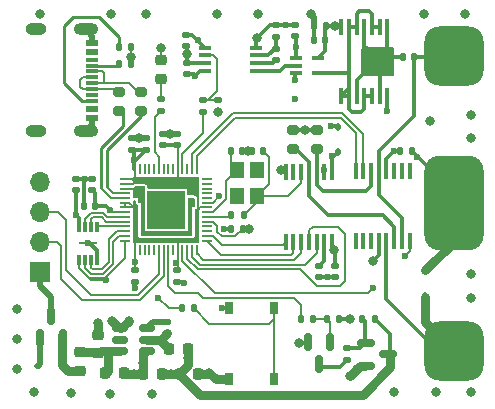
<source format=gbr>
%TF.GenerationSoftware,KiCad,Pcbnew,7.0.5*%
%TF.CreationDate,2024-02-18T20:54:14+09:00*%
%TF.ProjectId,tdc-tdt-kicad,7464632d-7464-4742-9d6b-696361642e6b,rev?*%
%TF.SameCoordinates,Original*%
%TF.FileFunction,Copper,L1,Top*%
%TF.FilePolarity,Positive*%
%FSLAX46Y46*%
G04 Gerber Fmt 4.6, Leading zero omitted, Abs format (unit mm)*
G04 Created by KiCad (PCBNEW 7.0.5) date 2024-02-18 20:54:14*
%MOMM*%
%LPD*%
G01*
G04 APERTURE LIST*
G04 Aperture macros list*
%AMRoundRect*
0 Rectangle with rounded corners*
0 $1 Rounding radius*
0 $2 $3 $4 $5 $6 $7 $8 $9 X,Y pos of 4 corners*
0 Add a 4 corners polygon primitive as box body*
4,1,4,$2,$3,$4,$5,$6,$7,$8,$9,$2,$3,0*
0 Add four circle primitives for the rounded corners*
1,1,$1+$1,$2,$3*
1,1,$1+$1,$4,$5*
1,1,$1+$1,$6,$7*
1,1,$1+$1,$8,$9*
0 Add four rect primitives between the rounded corners*
20,1,$1+$1,$2,$3,$4,$5,0*
20,1,$1+$1,$4,$5,$6,$7,0*
20,1,$1+$1,$6,$7,$8,$9,0*
20,1,$1+$1,$8,$9,$2,$3,0*%
G04 Aperture macros list end*
%TA.AperFunction,SMDPad,CuDef*%
%ADD10R,0.750000X1.000000*%
%TD*%
%TA.AperFunction,SMDPad,CuDef*%
%ADD11RoundRect,0.150000X-0.150000X0.587500X-0.150000X-0.587500X0.150000X-0.587500X0.150000X0.587500X0*%
%TD*%
%TA.AperFunction,SMDPad,CuDef*%
%ADD12RoundRect,0.150000X-0.587500X-0.150000X0.587500X-0.150000X0.587500X0.150000X-0.587500X0.150000X0*%
%TD*%
%TA.AperFunction,SMDPad,CuDef*%
%ADD13RoundRect,0.150000X0.150000X-0.587500X0.150000X0.587500X-0.150000X0.587500X-0.150000X-0.587500X0*%
%TD*%
%TA.AperFunction,SMDPad,CuDef*%
%ADD14RoundRect,0.112500X0.112500X-0.187500X0.112500X0.187500X-0.112500X0.187500X-0.112500X-0.187500X0*%
%TD*%
%TA.AperFunction,SMDPad,CuDef*%
%ADD15RoundRect,0.112500X0.187500X0.112500X-0.187500X0.112500X-0.187500X-0.112500X0.187500X-0.112500X0*%
%TD*%
%TA.AperFunction,SMDPad,CuDef*%
%ADD16RoundRect,0.200000X-0.275000X0.200000X-0.275000X-0.200000X0.275000X-0.200000X0.275000X0.200000X0*%
%TD*%
%TA.AperFunction,SMDPad,CuDef*%
%ADD17RoundRect,0.135000X0.185000X-0.135000X0.185000X0.135000X-0.185000X0.135000X-0.185000X-0.135000X0*%
%TD*%
%TA.AperFunction,SMDPad,CuDef*%
%ADD18RoundRect,0.135000X0.135000X0.185000X-0.135000X0.185000X-0.135000X-0.185000X0.135000X-0.185000X0*%
%TD*%
%TA.AperFunction,SMDPad,CuDef*%
%ADD19RoundRect,0.135000X-0.135000X-0.185000X0.135000X-0.185000X0.135000X0.185000X-0.135000X0.185000X0*%
%TD*%
%TA.AperFunction,SMDPad,CuDef*%
%ADD20RoundRect,0.140000X0.170000X-0.140000X0.170000X0.140000X-0.170000X0.140000X-0.170000X-0.140000X0*%
%TD*%
%TA.AperFunction,SMDPad,CuDef*%
%ADD21RoundRect,0.200000X0.275000X-0.200000X0.275000X0.200000X-0.275000X0.200000X-0.275000X-0.200000X0*%
%TD*%
%TA.AperFunction,SMDPad,CuDef*%
%ADD22RoundRect,0.140000X-0.170000X0.140000X-0.170000X-0.140000X0.170000X-0.140000X0.170000X0.140000X0*%
%TD*%
%TA.AperFunction,SMDPad,CuDef*%
%ADD23RoundRect,0.218750X-0.256250X0.218750X-0.256250X-0.218750X0.256250X-0.218750X0.256250X0.218750X0*%
%TD*%
%TA.AperFunction,SMDPad,CuDef*%
%ADD24R,0.450000X1.475000*%
%TD*%
%TA.AperFunction,SMDPad,CuDef*%
%ADD25RoundRect,0.140000X-0.140000X-0.170000X0.140000X-0.170000X0.140000X0.170000X-0.140000X0.170000X0*%
%TD*%
%TA.AperFunction,SMDPad,CuDef*%
%ADD26RoundRect,0.140000X0.140000X0.170000X-0.140000X0.170000X-0.140000X-0.170000X0.140000X-0.170000X0*%
%TD*%
%TA.AperFunction,SMDPad,CuDef*%
%ADD27R,1.200000X1.400000*%
%TD*%
%TA.AperFunction,SMDPad,CuDef*%
%ADD28RoundRect,0.225000X0.225000X0.250000X-0.225000X0.250000X-0.225000X-0.250000X0.225000X-0.250000X0*%
%TD*%
%TA.AperFunction,SMDPad,CuDef*%
%ADD29R,1.050000X0.400000*%
%TD*%
%TA.AperFunction,SMDPad,CuDef*%
%ADD30R,1.100000X0.400000*%
%TD*%
%TA.AperFunction,SMDPad,CuDef*%
%ADD31RoundRect,0.225000X-0.225000X-0.250000X0.225000X-0.250000X0.225000X0.250000X-0.225000X0.250000X0*%
%TD*%
%TA.AperFunction,SMDPad,CuDef*%
%ADD32RoundRect,0.150000X-0.512500X-0.150000X0.512500X-0.150000X0.512500X0.150000X-0.512500X0.150000X0*%
%TD*%
%TA.AperFunction,SMDPad,CuDef*%
%ADD33RoundRect,0.050000X0.050000X-0.387500X0.050000X0.387500X-0.050000X0.387500X-0.050000X-0.387500X0*%
%TD*%
%TA.AperFunction,SMDPad,CuDef*%
%ADD34RoundRect,0.050000X0.387500X-0.050000X0.387500X0.050000X-0.387500X0.050000X-0.387500X-0.050000X0*%
%TD*%
%TA.AperFunction,SMDPad,CuDef*%
%ADD35R,3.200000X3.200000*%
%TD*%
%TA.AperFunction,SMDPad,CuDef*%
%ADD36R,0.300000X0.900000*%
%TD*%
%TA.AperFunction,SMDPad,CuDef*%
%ADD37R,1.650000X0.250000*%
%TD*%
%TA.AperFunction,ComponentPad*%
%ADD38R,1.700000X1.700000*%
%TD*%
%TA.AperFunction,ComponentPad*%
%ADD39O,1.700000X1.700000*%
%TD*%
%TA.AperFunction,SMDPad,CuDef*%
%ADD40RoundRect,0.218750X0.256250X-0.218750X0.256250X0.218750X-0.256250X0.218750X-0.256250X-0.218750X0*%
%TD*%
%TA.AperFunction,ComponentPad*%
%ADD41RoundRect,1.250000X1.250000X-1.250000X1.250000X1.250000X-1.250000X1.250000X-1.250000X-1.250000X0*%
%TD*%
%TA.AperFunction,ComponentPad*%
%ADD42RoundRect,1.250000X1.250000X-2.750000X1.250000X2.750000X-1.250000X2.750000X-1.250000X-2.750000X0*%
%TD*%
%TA.AperFunction,SMDPad,CuDef*%
%ADD43RoundRect,0.225000X0.250000X-0.225000X0.250000X0.225000X-0.250000X0.225000X-0.250000X-0.225000X0*%
%TD*%
%TA.AperFunction,SMDPad,CuDef*%
%ADD44R,1.140000X0.600000*%
%TD*%
%TA.AperFunction,SMDPad,CuDef*%
%ADD45R,1.140000X0.300000*%
%TD*%
%TA.AperFunction,ComponentPad*%
%ADD46O,2.100000X1.000000*%
%TD*%
%TA.AperFunction,ComponentPad*%
%ADD47O,1.800000X1.000000*%
%TD*%
%TA.AperFunction,SMDPad,CuDef*%
%ADD48RoundRect,0.218750X-0.218750X-0.256250X0.218750X-0.256250X0.218750X0.256250X-0.218750X0.256250X0*%
%TD*%
%TA.AperFunction,SMDPad,CuDef*%
%ADD49RoundRect,0.135000X-0.185000X0.135000X-0.185000X-0.135000X0.185000X-0.135000X0.185000X0.135000X0*%
%TD*%
%TA.AperFunction,ViaPad*%
%ADD50C,0.600000*%
%TD*%
%TA.AperFunction,ViaPad*%
%ADD51C,0.800000*%
%TD*%
%TA.AperFunction,Conductor*%
%ADD52C,0.500000*%
%TD*%
%TA.AperFunction,Conductor*%
%ADD53C,0.200000*%
%TD*%
%TA.AperFunction,Conductor*%
%ADD54C,0.800000*%
%TD*%
%TA.AperFunction,Conductor*%
%ADD55C,0.350000*%
%TD*%
%TA.AperFunction,Conductor*%
%ADD56C,0.280000*%
%TD*%
%TA.AperFunction,Conductor*%
%ADD57C,0.160000*%
%TD*%
%TA.AperFunction,Conductor*%
%ADD58C,0.250000*%
%TD*%
G04 APERTURE END LIST*
D10*
%TO.P,S1,A1,COM_1*%
%TO.N,Net-(S1-COM_1)*%
X151775000Y-75900000D03*
%TO.P,S1,B1,COM_2*%
X151775000Y-81900000D03*
%TO.P,S1,C1,NO_1*%
%TO.N,GND*%
X148025000Y-75900000D03*
%TO.P,S1,D1,NO_2*%
X148025000Y-81900000D03*
%TD*%
D11*
%TO.P,Q4,1,G*%
%TO.N,Net-(Q4-G)*%
X156550000Y-78762500D03*
%TO.P,Q4,2,S*%
%TO.N,GND*%
X154650000Y-78762500D03*
%TO.P,Q4,3,D*%
%TO.N,Net-(Q4-D)*%
X155600000Y-80637500D03*
%TD*%
D12*
%TO.P,Q3,1,G*%
%TO.N,Net-(Q3-G)*%
X159562500Y-78850000D03*
%TO.P,Q3,2,S*%
%TO.N,+3.3VA*%
X159562500Y-80750000D03*
%TO.P,Q3,3,D*%
%TO.N,+3.3V*%
X161437500Y-79800000D03*
%TD*%
D13*
%TO.P,Q1,1,G*%
%TO.N,VBUS*%
X132000000Y-78400000D03*
%TO.P,Q1,2,S*%
%TO.N,Net-(D1-K)*%
X133900000Y-78400000D03*
%TO.P,Q1,3,D*%
%TO.N,VCC*%
X132950000Y-76525000D03*
%TD*%
D14*
%TO.P,D3,1,K*%
%TO.N,TRAN_STOP*%
X164600000Y-74850000D03*
%TO.P,D3,2,A*%
%TO.N,GND*%
X164600000Y-72750000D03*
%TD*%
D15*
%TO.P,D1,1,K*%
%TO.N,Net-(D1-K)*%
X133950000Y-80800000D03*
%TO.P,D1,2,A*%
%TO.N,VBUS*%
X131850000Y-80800000D03*
%TD*%
D14*
%TO.P,D4,1,K*%
%TO.N,+2V8*%
X157200000Y-62650000D03*
%TO.P,D4,2,A*%
%TO.N,+3.3VA*%
X157200000Y-60550000D03*
%TD*%
D16*
%TO.P,R2,1*%
%TO.N,/USB_D_N*%
X140500000Y-57550000D03*
%TO.P,R2,2*%
%TO.N,/USB_BD_N*%
X140500000Y-59200000D03*
%TD*%
%TO.P,R1,1*%
%TO.N,/USB_D_P*%
X138700000Y-57575000D03*
%TO.P,R1,2*%
%TO.N,/USB_BD_P*%
X138700000Y-59225000D03*
%TD*%
D17*
%TO.P,R10,1*%
%TO.N,Net-(Q4-D)*%
X158000000Y-80310000D03*
%TO.P,R10,2*%
%TO.N,Net-(Q3-G)*%
X158000000Y-79290000D03*
%TD*%
D18*
%TO.P,R9,2*%
%TO.N,Net-(Q4-G)*%
X156290000Y-76800000D03*
%TO.P,R9,1*%
%TO.N,GND*%
X157310000Y-76800000D03*
%TD*%
D19*
%TO.P,R5,1*%
%TO.N,PM_VCC*%
X154090000Y-76800000D03*
%TO.P,R5,2*%
%TO.N,Net-(Q4-G)*%
X155110000Y-76800000D03*
%TD*%
D17*
%TO.P,R15,1*%
%TO.N,Net-(U2-GPIO21)*%
X145800000Y-59310000D03*
%TO.P,R15,2*%
%TO.N,TRIG_PULSE*%
X145800000Y-58290000D03*
%TD*%
D20*
%TO.P,C13,1*%
%TO.N,GND*%
X157000000Y-73280000D03*
%TO.P,C13,2*%
%TO.N,+2V8*%
X157000000Y-72320000D03*
%TD*%
D21*
%TO.P,R19,1*%
%TO.N,/TDC_START*%
X155400000Y-62425000D03*
%TO.P,R19,2*%
%TO.N,GND*%
X155400000Y-60775000D03*
%TD*%
D22*
%TO.P,C10,1*%
%TO.N,+3.3V*%
X143620000Y-72680000D03*
%TO.P,C10,2*%
%TO.N,GND*%
X143620000Y-73640000D03*
%TD*%
D23*
%TO.P,D2,1,K*%
%TO.N,GND*%
X142200000Y-54912500D03*
%TO.P,D2,2,A*%
%TO.N,Net-(D2-A)*%
X142200000Y-56487500D03*
%TD*%
D20*
%TO.P,C14,1*%
%TO.N,GND*%
X155600000Y-73280000D03*
%TO.P,C14,2*%
%TO.N,Net-(IC2-VREG)*%
X155600000Y-72320000D03*
%TD*%
D24*
%TO.P,IC2,1,ENABLE*%
%TO.N,+2V8*%
X156700000Y-64374000D03*
%TO.P,IC2,2,TRIGG*%
%TO.N,Net-(IC2-TRIGG)*%
X156050000Y-64374000D03*
%TO.P,IC2,3,START*%
%TO.N,/TDC_START*%
X155400000Y-64374000D03*
%TO.P,IC2,4,STOP*%
%TO.N,/TDC_STOP*%
X154750000Y-64374000D03*
%TO.P,IC2,5,CLOCK*%
%TO.N,XIN*%
X154100000Y-64374000D03*
%TO.P,IC2,6,NC*%
%TO.N,unconnected-(IC2-NC-Pad6)*%
X153450000Y-64374000D03*
%TO.P,IC2,7,GND*%
%TO.N,GND*%
X152800000Y-64374000D03*
%TO.P,IC2,8,INTB*%
%TO.N,INT_TDC_DONE*%
X152800000Y-70250000D03*
%TO.P,IC2,9,DOUT*%
%TO.N,SPI1_MISO*%
X153450000Y-70250000D03*
%TO.P,IC2,10,DIN*%
%TO.N,SPI1_MOSI*%
X154100000Y-70250000D03*
%TO.P,IC2,11,CSB*%
%TO.N,SPI1_CS*%
X154750000Y-70250000D03*
%TO.P,IC2,12,SCLK*%
%TO.N,SPI1_SCK*%
X155400000Y-70250000D03*
%TO.P,IC2,13,VREG*%
%TO.N,Net-(IC2-VREG)*%
X156050000Y-70250000D03*
%TO.P,IC2,14,VDD*%
%TO.N,+2V8*%
X156700000Y-70250000D03*
%TD*%
D25*
%TO.P,C27,1*%
%TO.N,/AND_OUT*%
X162720000Y-54600000D03*
%TO.P,C27,2*%
%TO.N,TRAN_START*%
X163680000Y-54600000D03*
%TD*%
D20*
%TO.P,C9,1*%
%TO.N,+3.3V*%
X143600000Y-62080000D03*
%TO.P,C9,2*%
%TO.N,GND*%
X143600000Y-61120000D03*
%TD*%
D22*
%TO.P,C22,2*%
%TO.N,Net-(U4-SW)*%
X142712500Y-78024227D03*
%TO.P,C22,1*%
%TO.N,Net-(U4-BST)*%
X142712500Y-77064227D03*
%TD*%
D26*
%TO.P,C1,1*%
%TO.N,+1V1*%
X136680000Y-67260000D03*
%TO.P,C1,2*%
%TO.N,GND*%
X135720000Y-67260000D03*
%TD*%
D27*
%TO.P,Y1,1,1*%
%TO.N,XIN*%
X150350000Y-66400000D03*
%TO.P,Y1,2,2*%
%TO.N,GND*%
X150350000Y-64200000D03*
%TO.P,Y1,3,3*%
%TO.N,XOUT*%
X148650000Y-64200000D03*
%TO.P,Y1,4,4*%
%TO.N,GND*%
X148650000Y-66400000D03*
%TD*%
D28*
%TO.P,C23,2*%
%TO.N,GND*%
X140742500Y-81444227D03*
%TO.P,C23,1*%
%TO.N,+3.3V*%
X142292500Y-81444227D03*
%TD*%
D20*
%TO.P,C21,1*%
%TO.N,+3.3VA*%
X144350000Y-53680000D03*
%TO.P,C21,2*%
%TO.N,GND*%
X144350000Y-52720000D03*
%TD*%
D29*
%TO.P,IC6,1,OE*%
%TO.N,GND*%
X153650000Y-54700000D03*
%TO.P,IC6,2,A*%
%TO.N,Net-(IC6-A)*%
X153650000Y-55350000D03*
%TO.P,IC6,3,GND*%
%TO.N,GND*%
X153650000Y-56000000D03*
%TO.P,IC6,4,Y*%
%TO.N,/AND_IN_ALL*%
X155550000Y-56000000D03*
%TO.P,IC6,5,VCC*%
%TO.N,+3.3VA*%
X155550000Y-54700000D03*
%TD*%
D24*
%TO.P,IC5,1,NO_2*%
%TO.N,unconnected-(IC5-NO_2-Pad1)*%
X158725000Y-70188000D03*
%TO.P,IC5,2,COM_2*%
%TO.N,unconnected-(IC5-COM_2-Pad2)*%
X159375000Y-70188000D03*
%TO.P,IC5,3,NC_2*%
%TO.N,unconnected-(IC5-NC_2-Pad3)*%
X160025000Y-70188000D03*
%TO.P,IC5,4,GND*%
%TO.N,GND*%
X160675000Y-70188000D03*
%TO.P,IC5,5,NO_3*%
%TO.N,TRAN_STOP*%
X161325000Y-70188000D03*
%TO.P,IC5,6,COM_3*%
%TO.N,/TDC_STOP*%
X161975000Y-70188000D03*
%TO.P,IC5,7,NC_3*%
%TO.N,TRAN_START*%
X162625000Y-70188000D03*
%TO.P,IC5,8,IN_3-4*%
%TO.N,MUX2*%
X163275000Y-70188000D03*
%TO.P,IC5,9,NO_4*%
%TO.N,unconnected-(IC5-NO_4-Pad9)*%
X163275000Y-64312000D03*
%TO.P,IC5,10,COM_4*%
%TO.N,unconnected-(IC5-COM_4-Pad10)*%
X162625000Y-64312000D03*
%TO.P,IC5,11,NC_4*%
%TO.N,unconnected-(IC5-NC_4-Pad11)*%
X161975000Y-64312000D03*
%TO.P,IC5,12,VCC*%
%TO.N,+3.3VA*%
X161325000Y-64312000D03*
%TO.P,IC5,13,NO1*%
%TO.N,TRAN_START*%
X160675000Y-64312000D03*
%TO.P,IC5,14,COM1*%
%TO.N,/TDC_START*%
X160025000Y-64312000D03*
%TO.P,IC5,15,NC_1*%
%TO.N,REF_START*%
X159375000Y-64312000D03*
%TO.P,IC5,16,IN_1-2*%
%TO.N,MUX1*%
X158725000Y-64312000D03*
%TD*%
D18*
%TO.P,R13,1*%
%TO.N,XIN*%
X149220000Y-68000000D03*
%TO.P,R13,2*%
%TO.N,Net-(U2-XIN)*%
X148200000Y-68000000D03*
%TD*%
D22*
%TO.P,C20,1*%
%TO.N,+3.3VA*%
X153600000Y-51920000D03*
%TO.P,C20,2*%
%TO.N,GND*%
X153600000Y-52880000D03*
%TD*%
D26*
%TO.P,C4,1*%
%TO.N,XIN*%
X150880000Y-62600000D03*
%TO.P,C4,2*%
%TO.N,GND*%
X149920000Y-62600000D03*
%TD*%
D20*
%TO.P,C8,1*%
%TO.N,+3.3V*%
X141000000Y-62480000D03*
%TO.P,C8,2*%
%TO.N,GND*%
X141000000Y-61520000D03*
%TD*%
%TO.P,C12,1*%
%TO.N,+3.3V*%
X142400000Y-62080000D03*
%TO.P,C12,2*%
%TO.N,GND*%
X142400000Y-61120000D03*
%TD*%
D30*
%TO.P,U3,1,~{A}*%
%TO.N,GND*%
X146000000Y-53825000D03*
%TO.P,U3,2,B*%
%TO.N,TRIG_PULSE*%
X146000000Y-54475000D03*
%TO.P,U3,3,~{CLR}*%
%TO.N,+3.3VA*%
X146000000Y-55125000D03*
%TO.P,U3,4,GND*%
%TO.N,GND*%
X146000000Y-55775000D03*
%TO.P,U3,5,Q*%
%TO.N,Net-(IC6-A)*%
X150300000Y-55775000D03*
%TO.P,U3,6,Cext*%
%TO.N,Net-(U3A-Cext)*%
X150300000Y-55125000D03*
%TO.P,U3,7,RCext*%
%TO.N,Net-(U3A-RCext)*%
X150300000Y-54475000D03*
%TO.P,U3,8,VCC*%
%TO.N,+3.3VA*%
X150300000Y-53825000D03*
%TD*%
D31*
%TO.P,C24,2*%
%TO.N,GND*%
X145407500Y-81434227D03*
%TO.P,C24,1*%
%TO.N,+3.3V*%
X143857500Y-81434227D03*
%TD*%
D21*
%TO.P,R20,1*%
%TO.N,/TDC_STOP*%
X153400000Y-62425000D03*
%TO.P,R20,2*%
%TO.N,GND*%
X153400000Y-60775000D03*
%TD*%
D32*
%TO.P,U4,6,BST*%
%TO.N,Net-(U4-BST)*%
X141050000Y-77594227D03*
%TO.P,U4,5,SW*%
%TO.N,Net-(U4-SW)*%
X141050000Y-78544227D03*
%TO.P,U4,4,GND*%
%TO.N,GND*%
X141050000Y-79494227D03*
%TO.P,U4,3,IN*%
%TO.N,Net-(U4-IN)*%
X138775000Y-79494227D03*
%TO.P,U4,2,EN*%
%TO.N,unconnected-(U4-EN-Pad2)*%
X138775000Y-78544227D03*
%TO.P,U4,1,FB*%
%TO.N,+3.3V*%
X138775000Y-77594227D03*
%TD*%
D22*
%TO.P,C7,1*%
%TO.N,+3.3V*%
X140050000Y-72690000D03*
%TO.P,C7,2*%
%TO.N,GND*%
X140050000Y-73650000D03*
%TD*%
D33*
%TO.P,U2,1,IOVDD*%
%TO.N,+3.3V*%
X140050000Y-71000000D03*
%TO.P,U2,2,GPIO0*%
%TO.N,unconnected-(U2-GPIO0-Pad2)*%
X140450000Y-71000000D03*
%TO.P,U2,3,GPIO1*%
%TO.N,unconnected-(U2-GPIO1-Pad3)*%
X140850000Y-71000000D03*
%TO.P,U2,4,GPIO2*%
%TO.N,unconnected-(U2-GPIO2-Pad4)*%
X141250000Y-71000000D03*
%TO.P,U2,5,GPIO3*%
%TO.N,unconnected-(U2-GPIO3-Pad5)*%
X141650000Y-71000000D03*
%TO.P,U2,6,GPIO4*%
%TO.N,UART1_TX*%
X142050000Y-71000000D03*
%TO.P,U2,7,GPIO5*%
%TO.N,UART1_RX*%
X142450000Y-71000000D03*
%TO.P,U2,8,GPIO6*%
%TO.N,PM_VCC*%
X142850000Y-71000000D03*
%TO.P,U2,9,GPIO7*%
%TO.N,unconnected-(U2-GPIO7-Pad9)*%
X143250000Y-71000000D03*
%TO.P,U2,10,IOVDD*%
%TO.N,+3.3V*%
X143650000Y-71000000D03*
%TO.P,U2,11,GPIO8*%
%TO.N,MUX2*%
X144050000Y-71000000D03*
%TO.P,U2,12,GPIO9*%
%TO.N,SPI1_CS*%
X144450000Y-71000000D03*
%TO.P,U2,13,GPIO10*%
%TO.N,SPI1_SCK*%
X144850000Y-71000000D03*
%TO.P,U2,14,GPIO11*%
%TO.N,SPI1_MOSI*%
X145250000Y-71000000D03*
D34*
%TO.P,U2,15,GPIO12*%
%TO.N,SPI1_MISO*%
X146087500Y-70162500D03*
%TO.P,U2,16,GPIO13*%
%TO.N,INT_TDC_DONE*%
X146087500Y-69762500D03*
%TO.P,U2,17,GPIO14*%
%TO.N,unconnected-(U2-GPIO14-Pad17)*%
X146087500Y-69362500D03*
%TO.P,U2,18,GPIO15*%
%TO.N,unconnected-(U2-GPIO15-Pad18)*%
X146087500Y-68962500D03*
%TO.P,U2,19,TESTEN*%
%TO.N,GND*%
X146087500Y-68562500D03*
%TO.P,U2,20,XIN*%
%TO.N,Net-(U2-XIN)*%
X146087500Y-68162500D03*
%TO.P,U2,21,XOUT*%
%TO.N,XOUT*%
X146087500Y-67762500D03*
%TO.P,U2,22,IOVDD*%
%TO.N,+3.3V*%
X146087500Y-67362500D03*
%TO.P,U2,23,DVDD*%
%TO.N,+1V1*%
X146087500Y-66962500D03*
%TO.P,U2,24,SWCLK*%
%TO.N,SWCLK*%
X146087500Y-66562500D03*
%TO.P,U2,25,SWD*%
%TO.N,SWD*%
X146087500Y-66162500D03*
%TO.P,U2,26,RUN*%
%TO.N,RUN*%
X146087500Y-65762500D03*
%TO.P,U2,27,GPIO16*%
%TO.N,unconnected-(U2-GPIO16-Pad27)*%
X146087500Y-65362500D03*
%TO.P,U2,28,GPIO17*%
%TO.N,unconnected-(U2-GPIO17-Pad28)*%
X146087500Y-64962500D03*
D33*
%TO.P,U2,29,GPIO18*%
%TO.N,MUX1*%
X145250000Y-64125000D03*
%TO.P,U2,30,GPIO19*%
%TO.N,REF_START*%
X144850000Y-64125000D03*
%TO.P,U2,31,GPIO20*%
%TO.N,unconnected-(U2-GPIO20-Pad31)*%
X144450000Y-64125000D03*
%TO.P,U2,32,GPIO21*%
%TO.N,Net-(U2-GPIO21)*%
X144050000Y-64125000D03*
%TO.P,U2,33,IOVDD*%
%TO.N,+3.3V*%
X143650000Y-64125000D03*
%TO.P,U2,34,GPIO22*%
%TO.N,unconnected-(U2-GPIO22-Pad34)*%
X143250000Y-64125000D03*
%TO.P,U2,35,GPIO23*%
%TO.N,unconnected-(U2-GPIO23-Pad35)*%
X142850000Y-64125000D03*
%TO.P,U2,36,GPIO24*%
%TO.N,unconnected-(U2-GPIO24-Pad36)*%
X142450000Y-64125000D03*
%TO.P,U2,37,GPIO25*%
%TO.N,Net-(U2-GPIO25)*%
X142050000Y-64125000D03*
%TO.P,U2,38,GPIO26_ADC0*%
%TO.N,unconnected-(U2-GPIO26_ADC0-Pad38)*%
X141650000Y-64125000D03*
%TO.P,U2,39,GPIO27_ADC1*%
%TO.N,unconnected-(U2-GPIO27_ADC1-Pad39)*%
X141250000Y-64125000D03*
%TO.P,U2,40,GPIO28_ADC2*%
%TO.N,unconnected-(U2-GPIO28_ADC2-Pad40)*%
X140850000Y-64125000D03*
%TO.P,U2,41,GPIO29_ADC3*%
%TO.N,unconnected-(U2-GPIO29_ADC3-Pad41)*%
X140450000Y-64125000D03*
%TO.P,U2,42,IOVDD*%
%TO.N,+3.3V*%
X140050000Y-64125000D03*
D34*
%TO.P,U2,43,ADC_AVDD*%
X139212500Y-64962500D03*
%TO.P,U2,44,VREG_IN*%
X139212500Y-65362500D03*
%TO.P,U2,45,VREG_VOUT*%
%TO.N,+1V1*%
X139212500Y-65762500D03*
%TO.P,U2,46,USB_DM*%
%TO.N,/USB_BD_N*%
X139212500Y-66162500D03*
%TO.P,U2,47,USB_DP*%
%TO.N,/USB_BD_P*%
X139212500Y-66562500D03*
%TO.P,U2,48,USB_VDD*%
%TO.N,+3.3V*%
X139212500Y-66962500D03*
%TO.P,U2,49,IOVDD*%
X139212500Y-67362500D03*
%TO.P,U2,50,DVDD*%
%TO.N,+1V1*%
X139212500Y-67762500D03*
%TO.P,U2,51,QSPI_SD3*%
%TO.N,/QSPI_SD3*%
X139212500Y-68162500D03*
%TO.P,U2,52,QSPI_SCLK*%
%TO.N,/QSPI_SCLK*%
X139212500Y-68562500D03*
%TO.P,U2,53,QSPI_SD0*%
%TO.N,/QSPI_SD0*%
X139212500Y-68962500D03*
%TO.P,U2,54,QSPI_SD2*%
%TO.N,/QSPI_SD2*%
X139212500Y-69362500D03*
%TO.P,U2,55,QSPI_SD1*%
%TO.N,/QSPI_SD1*%
X139212500Y-69762500D03*
%TO.P,U2,56,QSPI_SS*%
%TO.N,/QSPI_SS*%
X139212500Y-70162500D03*
D35*
%TO.P,U2,57,GND*%
%TO.N,GND*%
X142650000Y-67562500D03*
%TD*%
D19*
%TO.P,R6,1*%
%TO.N,Net-(Q3-G)*%
X159290000Y-76800000D03*
%TO.P,R6,2*%
%TO.N,+3.3V*%
X160310000Y-76800000D03*
%TD*%
D18*
%TO.P,R14,2*%
%TO.N,/QSPI_SS*%
X143990000Y-75900000D03*
%TO.P,R14,1*%
%TO.N,Net-(S1-COM_1)*%
X145010000Y-75900000D03*
%TD*%
D36*
%TO.P,IC1,1,~{CS}*%
%TO.N,/QSPI_SS*%
X135300000Y-71800000D03*
%TO.P,IC1,2,DO_(IO1)*%
%TO.N,/QSPI_SD1*%
X135800000Y-71800000D03*
%TO.P,IC1,3,~{WP_(IO2)}*%
%TO.N,/QSPI_SD2*%
X136300000Y-71800000D03*
%TO.P,IC1,4,GND*%
%TO.N,GND*%
X136800000Y-71800000D03*
%TO.P,IC1,5,DI_(IO0)*%
%TO.N,/QSPI_SD0*%
X136800000Y-69000000D03*
%TO.P,IC1,6,CLK*%
%TO.N,/QSPI_SCLK*%
X136300000Y-69000000D03*
%TO.P,IC1,7,~{HOLD_OR_RESET_(IO3)}*%
%TO.N,/QSPI_SD3*%
X135800000Y-69000000D03*
%TO.P,IC1,8,VCC*%
%TO.N,+3.3V*%
X135300000Y-69000000D03*
D37*
%TO.P,IC1,9,EP*%
%TO.N,GND*%
X136050000Y-70400000D03*
%TD*%
D20*
%TO.P,C3,1*%
%TO.N,+1V1*%
X136400000Y-65880000D03*
%TO.P,C3,2*%
%TO.N,GND*%
X136400000Y-64920000D03*
%TD*%
D38*
%TO.P,J2,1,Pin_1*%
%TO.N,VCC*%
X132000000Y-72800000D03*
D39*
%TO.P,J2,2,Pin_2*%
%TO.N,UART1_RX*%
X132000000Y-70260000D03*
%TO.P,J2,3,Pin_3*%
%TO.N,UART1_TX*%
X132000000Y-67720000D03*
%TO.P,J2,4,Pin_4*%
%TO.N,GND*%
X132000000Y-65180000D03*
%TD*%
D25*
%TO.P,C5,1*%
%TO.N,XOUT*%
X148120000Y-62600000D03*
%TO.P,C5,2*%
%TO.N,GND*%
X149080000Y-62600000D03*
%TD*%
D22*
%TO.P,C16,1*%
%TO.N,+3.3VA*%
X144400000Y-55120000D03*
%TO.P,C16,2*%
%TO.N,GND*%
X144400000Y-56080000D03*
%TD*%
D25*
%TO.P,C2,1*%
%TO.N,+1V1*%
X148200000Y-69150000D03*
%TO.P,C2,2*%
%TO.N,GND*%
X149160000Y-69150000D03*
%TD*%
D19*
%TO.P,R4,1*%
%TO.N,Net-(U1-B5_CC2)*%
X138690000Y-53800000D03*
%TO.P,R4,2*%
%TO.N,GND*%
X139710000Y-53800000D03*
%TD*%
D17*
%TO.P,R8,1*%
%TO.N,Net-(U2-GPIO25)*%
X142200000Y-59200000D03*
%TO.P,R8,2*%
%TO.N,Net-(D2-A)*%
X142200000Y-58180000D03*
%TD*%
D40*
%TO.P,F1,1*%
%TO.N,Net-(D1-K)*%
X135400000Y-81187500D03*
%TO.P,F1,2*%
%TO.N,Net-(U4-IN)*%
X135400000Y-79612500D03*
%TD*%
D41*
%TO.P,J1,1,Pin_1*%
%TO.N,TRAN_START*%
X167000000Y-54500000D03*
D42*
%TO.P,J1,2,Pin_2*%
%TO.N,GND*%
X167000000Y-67000000D03*
D41*
%TO.P,J1,3,Pin_3*%
%TO.N,TRAN_STOP*%
X167000000Y-79500000D03*
%TD*%
D31*
%TO.P,C18,2*%
%TO.N,GND*%
X139067500Y-81414227D03*
%TO.P,C18,1*%
%TO.N,Net-(U4-IN)*%
X137517500Y-81414227D03*
%TD*%
D17*
%TO.P,R16,1*%
%TO.N,Net-(IC2-TRIGG)*%
X147100000Y-59310000D03*
%TO.P,R16,2*%
%TO.N,TRIG_PULSE*%
X147100000Y-58290000D03*
%TD*%
D25*
%TO.P,C19,1*%
%TO.N,+3.3VA*%
X162500000Y-62570000D03*
%TO.P,C19,2*%
%TO.N,GND*%
X163460000Y-62570000D03*
%TD*%
D20*
%TO.P,C6,1*%
%TO.N,+3.3V*%
X139800000Y-62480000D03*
%TO.P,C6,2*%
%TO.N,GND*%
X139800000Y-61520000D03*
%TD*%
D22*
%TO.P,C15,1*%
%TO.N,Net-(U3A-RCext)*%
X151950000Y-53920000D03*
%TO.P,C15,2*%
%TO.N,Net-(U3A-Cext)*%
X151950000Y-54880000D03*
%TD*%
D26*
%TO.P,C25,1*%
%TO.N,+3.3VA*%
X156180000Y-52000000D03*
%TO.P,C25,2*%
%TO.N,GND*%
X155220000Y-52000000D03*
%TD*%
D24*
%TO.P,IC4,1,1A*%
%TO.N,/AND_IN_ALL*%
X157500000Y-57938000D03*
%TO.P,IC4,2,1B*%
X158150000Y-57938000D03*
%TO.P,IC4,3,1Y*%
%TO.N,/AND_OUT*%
X158800000Y-57938000D03*
%TO.P,IC4,4,2A*%
%TO.N,/AND_IN_ALL*%
X159450000Y-57938000D03*
%TO.P,IC4,5,2B*%
X160100000Y-57938000D03*
%TO.P,IC4,6,2Y*%
%TO.N,/AND_OUT*%
X160750000Y-57938000D03*
%TO.P,IC4,7,GND*%
%TO.N,GND*%
X161400000Y-57938000D03*
%TO.P,IC4,8,3Y*%
%TO.N,/AND_OUT*%
X161400000Y-52062000D03*
%TO.P,IC4,9,3A*%
%TO.N,/AND_IN_ALL*%
X160750000Y-52062000D03*
%TO.P,IC4,10,3B*%
X160100000Y-52062000D03*
%TO.P,IC4,11,4Y*%
%TO.N,/AND_OUT*%
X159450000Y-52062000D03*
%TO.P,IC4,12,4A*%
%TO.N,/AND_IN_ALL*%
X158800000Y-52062000D03*
%TO.P,IC4,13,4B*%
X158150000Y-52062000D03*
%TO.P,IC4,14,VCC*%
%TO.N,+3.3VA*%
X157500000Y-52062000D03*
%TD*%
D43*
%TO.P,C17,2*%
%TO.N,GND*%
X136912500Y-78169227D03*
%TO.P,C17,1*%
%TO.N,Net-(U4-IN)*%
X136912500Y-79719227D03*
%TD*%
D44*
%TO.P,U1,1,A1-B12_GND*%
%TO.N,GND*%
X136430000Y-53400000D03*
%TO.P,U1,2,A4-B9_VBUS*%
%TO.N,VBUS*%
X136430000Y-54200000D03*
D45*
%TO.P,U1,3,B8_SBU2*%
%TO.N,unconnected-(U1-B8_SBU2-Pad3)*%
X136430000Y-54850000D03*
%TO.P,U1,4,A5_CC1*%
%TO.N,Net-(U1-A5_CC1)*%
X136430000Y-55350000D03*
%TO.P,U1,5,B7_DN2*%
%TO.N,/USB_D_N*%
X136430000Y-55850000D03*
%TO.P,U1,6,A6_DP1*%
%TO.N,/USB_D_P*%
X136430000Y-56350000D03*
%TO.P,U1,7,A7_DN1*%
%TO.N,/USB_D_N*%
X136430000Y-56850000D03*
%TO.P,U1,8,B6_DP2*%
%TO.N,/USB_D_P*%
X136430000Y-57350000D03*
%TO.P,U1,9,A8_SBU1*%
%TO.N,unconnected-(U1-A8_SBU1-Pad9)*%
X136430000Y-57850000D03*
%TO.P,U1,10,B5_CC2*%
%TO.N,Net-(U1-B5_CC2)*%
X136430000Y-58350000D03*
D44*
%TO.P,U1,11,A9-B4_VBUS*%
%TO.N,VBUS*%
X136430000Y-59000000D03*
%TO.P,U1,12,A12-B1_GND*%
%TO.N,GND*%
X136430000Y-59800000D03*
D46*
%TO.P,U1,S,SHIELD*%
X135860000Y-52280000D03*
D47*
X131680000Y-52280000D03*
D46*
X135860000Y-60920000D03*
D47*
X131680000Y-60920000D03*
%TD*%
D20*
%TO.P,C11,1*%
%TO.N,+3.3V*%
X135000000Y-65880000D03*
%TO.P,C11,2*%
%TO.N,GND*%
X135000000Y-64920000D03*
%TD*%
D19*
%TO.P,R3,1*%
%TO.N,Net-(U1-A5_CC1)*%
X138690000Y-55200000D03*
%TO.P,R3,2*%
%TO.N,GND*%
X139710000Y-55200000D03*
%TD*%
D26*
%TO.P,C26,1*%
%TO.N,+3.3VA*%
X156150000Y-53200000D03*
%TO.P,C26,2*%
%TO.N,GND*%
X155190000Y-53200000D03*
%TD*%
D48*
%TO.P,L1,2,2*%
%TO.N,+3.3V*%
X144500000Y-79344227D03*
%TO.P,L1,1,1*%
%TO.N,Net-(U4-SW)*%
X142925000Y-79344227D03*
%TD*%
D49*
%TO.P,R7,1*%
%TO.N,+3.3VA*%
X151950000Y-51890000D03*
%TO.P,R7,2*%
%TO.N,Net-(U3A-RCext)*%
X151950000Y-52910000D03*
%TD*%
D50*
%TO.N,GND*%
X147400000Y-75900000D03*
D51*
X139710000Y-54600000D03*
X153900000Y-78800000D03*
X160200000Y-71900000D03*
%TO.N,Net-(IC2-TRIGG)*%
X147100000Y-59310000D03*
%TO.N,GND*%
X142200000Y-53887500D03*
X143000000Y-61120000D03*
X140400000Y-61520000D03*
X158200000Y-76800000D03*
%TO.N,+3.3VA*%
X158200000Y-81600000D03*
X158800000Y-81000000D03*
D50*
%TO.N,+1V1*%
X137920000Y-67583000D03*
X147580000Y-69163000D03*
X144749502Y-66994268D03*
X140400000Y-66000000D03*
X147150500Y-66367326D03*
D51*
%TO.N,GND*%
X141500000Y-68700000D03*
X165000000Y-60000000D03*
D50*
X153650000Y-53800000D03*
D51*
X168500000Y-59500000D03*
X140742500Y-80544227D03*
X149600000Y-62600000D03*
X130000000Y-76000000D03*
X136912500Y-77144227D03*
X150450000Y-51000000D03*
D50*
X136050000Y-70400000D03*
X144200000Y-73800000D03*
D51*
X152400000Y-64200000D03*
X141450000Y-83144227D03*
X143800000Y-66400000D03*
X141500000Y-67550000D03*
X168500000Y-73000000D03*
X138000000Y-51000000D03*
D50*
X163945000Y-63055000D03*
X153550000Y-56600000D03*
D51*
X168500000Y-83000000D03*
D50*
X145150000Y-56200000D03*
D51*
X141500000Y-66400000D03*
X142650000Y-66400000D03*
X168000000Y-51000000D03*
X162000000Y-83000000D03*
X142650000Y-68700000D03*
X130000000Y-81000000D03*
X132000000Y-51000000D03*
D50*
X135800000Y-64920000D03*
X156400000Y-73280000D03*
X145362500Y-53187500D03*
D51*
X154400000Y-60800000D03*
X141000000Y-51000000D03*
X143800000Y-67550000D03*
X131500000Y-83000000D03*
X139912500Y-81444227D03*
X146950000Y-51000000D03*
X146312500Y-81344227D03*
X164500000Y-51000000D03*
X165500000Y-83000000D03*
D50*
X140000000Y-74200000D03*
D51*
X148650000Y-66400000D03*
D50*
X161350000Y-59200000D03*
D51*
X168500000Y-61500000D03*
X149700000Y-69200000D03*
X142650000Y-67550000D03*
X150400000Y-64200000D03*
X130000000Y-78500000D03*
X134600000Y-83100000D03*
D50*
X153600000Y-58200000D03*
D51*
X168500000Y-75000000D03*
X154950000Y-51000000D03*
X143800000Y-68700000D03*
X137950000Y-83144227D03*
%TO.N,+3.3V*%
X143112500Y-81444227D03*
X138112500Y-76944227D03*
D50*
X139975000Y-63335000D03*
X140050000Y-72000000D03*
X135000000Y-68000000D03*
X143482475Y-72057023D03*
D51*
X144500000Y-80144227D03*
X139512500Y-76944227D03*
%TO.N,+3.3VA*%
X156950000Y-52000000D03*
D50*
X156600000Y-60500000D03*
X161979500Y-62570000D03*
D51*
X144400000Y-54400000D03*
X150350000Y-53000000D03*
D50*
X152800000Y-51920000D03*
%TO.N,VBUS*%
X136430000Y-54200000D03*
X136400000Y-59000498D03*
X131950000Y-78150000D03*
%TO.N,/QSPI_SS*%
X137570882Y-73495389D03*
X142000000Y-75000000D03*
D51*
%TO.N,+2V8*%
X156874332Y-71001770D03*
D50*
X156700000Y-63000000D03*
%TO.N,MUX2*%
X162880000Y-71480000D03*
X160160000Y-74200000D03*
%TO.N,Net-(IC2-TRIGG)*%
X156000000Y-64200000D03*
%TD*%
D52*
%TO.N,VCC*%
X132950000Y-74950000D02*
X132950000Y-76525000D01*
X132000000Y-74000000D02*
X132950000Y-74950000D01*
X132000000Y-72800000D02*
X132000000Y-74000000D01*
D53*
%TO.N,GND*%
X147725000Y-75900000D02*
X147400000Y-75900000D01*
%TO.N,Net-(S1-COM_1)*%
X151775000Y-76775000D02*
X151800000Y-76800000D01*
X151775000Y-75900000D02*
X151775000Y-76775000D01*
X146310000Y-77200000D02*
X145010000Y-75900000D01*
X151400000Y-77200000D02*
X146310000Y-77200000D01*
X151800000Y-76800000D02*
X151400000Y-77200000D01*
X151800000Y-81575000D02*
X151800000Y-76800000D01*
%TO.N,/QSPI_SS*%
X143990000Y-75900000D02*
X142900000Y-75900000D01*
X142900000Y-75900000D02*
X142000000Y-75000000D01*
D54*
%TO.N,GND*%
X146868273Y-81900000D02*
X146312500Y-81344227D01*
X147725000Y-81900000D02*
X146868273Y-81900000D01*
%TO.N,+3.3V*%
X143857500Y-81525953D02*
X143857500Y-81434227D01*
X159300000Y-83200000D02*
X145531547Y-83200000D01*
X161600000Y-80900000D02*
X159300000Y-83200000D01*
X145531547Y-83200000D02*
X143857500Y-81525953D01*
X161600000Y-79800000D02*
X161600000Y-80900000D01*
X143857500Y-81434227D02*
X143857500Y-81657500D01*
D53*
%TO.N,PM_VCC*%
X154090000Y-75590000D02*
X154090000Y-76800000D01*
X153500000Y-75000000D02*
X154090000Y-75590000D01*
X145800000Y-75000000D02*
X153500000Y-75000000D01*
X143423873Y-74600000D02*
X145400000Y-74600000D01*
X142850000Y-74026127D02*
X143423873Y-74600000D01*
X142850000Y-71000000D02*
X142850000Y-74026127D01*
X145400000Y-74600000D02*
X145800000Y-75000000D01*
D54*
%TO.N,Net-(D1-K)*%
X134337500Y-81187500D02*
X133950000Y-80800000D01*
X135400000Y-81187500D02*
X134337500Y-81187500D01*
%TO.N,Net-(U4-IN)*%
X135400000Y-79612500D02*
X136805773Y-79612500D01*
X136805773Y-79612500D02*
X136912500Y-79719227D01*
%TO.N,Net-(D1-K)*%
X133850000Y-80700000D02*
X133950000Y-80800000D01*
X133850000Y-78150000D02*
X133850000Y-80700000D01*
D52*
%TO.N,VBUS*%
X132000000Y-80650000D02*
X132000000Y-78850000D01*
X131850000Y-80800000D02*
X132000000Y-80650000D01*
D55*
%TO.N,+2V8*%
X156850000Y-63000000D02*
X157200000Y-62650000D01*
X156700000Y-63000000D02*
X156850000Y-63000000D01*
%TO.N,+3.3VA*%
X157150000Y-60500000D02*
X157200000Y-60550000D01*
X156600000Y-60500000D02*
X157150000Y-60500000D01*
D53*
%TO.N,MUX1*%
X148485686Y-59800000D02*
X145250000Y-63035686D01*
X157434314Y-59800000D02*
X148485686Y-59800000D01*
X145250000Y-63035686D02*
X145250000Y-64125000D01*
X158725000Y-61090686D02*
X157434314Y-59800000D01*
X158725000Y-64312000D02*
X158725000Y-61090686D01*
%TO.N,Net-(U2-GPIO25)*%
X142050000Y-63050000D02*
X141700000Y-62700000D01*
X141700000Y-62700000D02*
X141700000Y-59700000D01*
X141700000Y-59700000D02*
X142200000Y-59200000D01*
X142050000Y-64125000D02*
X142050000Y-63050000D01*
%TO.N,Net-(D2-A)*%
X142200000Y-58180000D02*
X142200000Y-56487500D01*
D56*
%TO.N,/USB_BD_N*%
X137640000Y-62499412D02*
X137640000Y-65600000D01*
X140500000Y-59290001D02*
X140500000Y-59639412D01*
X140200000Y-58990001D02*
X140500000Y-59290001D01*
X140500000Y-59639412D02*
X137640000Y-62499412D01*
%TO.N,/USB_BD_P*%
X137160000Y-62300588D02*
X137160000Y-65600000D01*
X139000000Y-59190001D02*
X139000000Y-60460588D01*
X138800000Y-58990001D02*
X139000000Y-59190001D01*
X139000000Y-60460588D02*
X137160000Y-62300588D01*
D53*
%TO.N,GND*%
X139710000Y-55200000D02*
X139710000Y-53800000D01*
%TO.N,UART1_TX*%
X133520000Y-67720000D02*
X132000000Y-67720000D01*
X134189950Y-68389950D02*
X133520000Y-67720000D01*
%TO.N,UART1_RX*%
X133789950Y-70600000D02*
X133449950Y-70260000D01*
X133449950Y-70260000D02*
X132000000Y-70260000D01*
X133789950Y-73420618D02*
X133789950Y-70600000D01*
D55*
%TO.N,GND*%
X154650000Y-78800000D02*
X153900000Y-78800000D01*
X160675000Y-71425000D02*
X160200000Y-71900000D01*
X160675000Y-70188000D02*
X160675000Y-71425000D01*
D53*
%TO.N,TRIG_PULSE*%
X147000000Y-57500000D02*
X146210000Y-58290000D01*
X146675000Y-54475000D02*
X147000000Y-54800000D01*
X147000000Y-54800000D02*
X147000000Y-57500000D01*
X146000000Y-54475000D02*
X146675000Y-54475000D01*
X146210000Y-58290000D02*
X145800000Y-58290000D01*
X145800000Y-58290000D02*
X147100000Y-58290000D01*
%TO.N,Net-(U2-GPIO21)*%
X145800000Y-61100000D02*
X145800000Y-59310000D01*
X144050000Y-62850000D02*
X145800000Y-61100000D01*
X144050000Y-64125000D02*
X144050000Y-62850000D01*
%TO.N,GND*%
X142200000Y-54912500D02*
X142200000Y-53887500D01*
D55*
%TO.N,+3.3V*%
X139975000Y-63335000D02*
X139975000Y-62655000D01*
X139975000Y-62655000D02*
X139800000Y-62480000D01*
X140145000Y-63335000D02*
X141000000Y-62480000D01*
X139975000Y-63335000D02*
X140145000Y-63335000D01*
X141000000Y-62480000D02*
X139800000Y-62480000D01*
X142400000Y-62080000D02*
X143600000Y-62080000D01*
D53*
X143650000Y-62130000D02*
X143600000Y-62080000D01*
X143650000Y-64125000D02*
X143650000Y-62130000D01*
D55*
%TO.N,GND*%
X142400000Y-61120000D02*
X143600000Y-61120000D01*
X139800000Y-61520000D02*
X141000000Y-61520000D01*
X157310000Y-76800000D02*
X158200000Y-76800000D01*
%TO.N,+3.3V*%
X161600000Y-78090000D02*
X161600000Y-79800000D01*
X160310000Y-76800000D02*
X161600000Y-78090000D01*
%TO.N,Net-(Q3-G)*%
X159500000Y-77010000D02*
X159290000Y-76800000D01*
X159500000Y-78850000D02*
X159500000Y-77010000D01*
X159060000Y-79290000D02*
X159500000Y-78850000D01*
X158000000Y-79290000D02*
X159060000Y-79290000D01*
%TO.N,Net-(Q4-D)*%
X157410000Y-80900000D02*
X158000000Y-80310000D01*
X155600000Y-80900000D02*
X157410000Y-80900000D01*
D53*
%TO.N,Net-(Q4-G)*%
X156290000Y-76800000D02*
X156550000Y-77060000D01*
X156550000Y-77060000D02*
X156550000Y-78800000D01*
X155110000Y-76800000D02*
X156290000Y-76800000D01*
D54*
%TO.N,+3.3VA*%
X159050000Y-80750000D02*
X158200000Y-81600000D01*
X159500000Y-80750000D02*
X159050000Y-80750000D01*
%TO.N,TRAN_STOP*%
X164600000Y-77100000D02*
X167000000Y-79500000D01*
X164600000Y-74950000D02*
X164600000Y-77100000D01*
%TO.N,GND*%
X167000000Y-67000000D02*
X167000000Y-70250000D01*
X167000000Y-70250000D02*
X164600000Y-72650000D01*
D53*
%TO.N,+1V1*%
X139962500Y-65762500D02*
X140200000Y-66000000D01*
X140200000Y-66000000D02*
X140400000Y-66000000D01*
D55*
X148140000Y-69150000D02*
X147593000Y-69150000D01*
D53*
X147150500Y-66367326D02*
X147150500Y-66431975D01*
X139212500Y-65762500D02*
X139962500Y-65762500D01*
X139212500Y-67762500D02*
X138099500Y-67762500D01*
D55*
X147593000Y-69150000D02*
X147580000Y-69163000D01*
X136680000Y-67260000D02*
X136680000Y-66160000D01*
D53*
X147150500Y-66431975D02*
X146619975Y-66962500D01*
X146619975Y-66962500D02*
X146087500Y-66962500D01*
X138099500Y-67762500D02*
X137920000Y-67583000D01*
D55*
X136910000Y-67260000D02*
X137597000Y-67260000D01*
X137597000Y-67260000D02*
X137920000Y-67583000D01*
X136680000Y-66160000D02*
X136400000Y-65880000D01*
%TO.N,GND*%
X149160000Y-69150000D02*
X149650000Y-69150000D01*
X144895000Y-52720000D02*
X144350000Y-52720000D01*
X149920000Y-62600000D02*
X149600000Y-62600000D01*
D53*
X148510000Y-69800000D02*
X149160000Y-69150000D01*
D55*
X167000000Y-66110000D02*
X167000000Y-67000000D01*
X136400000Y-64920000D02*
X135000000Y-64920000D01*
D52*
X136430000Y-59800000D02*
X136430000Y-60350000D01*
D57*
X136800000Y-71150000D02*
X136050000Y-70400000D01*
D52*
X136430000Y-53400000D02*
X136430000Y-52850000D01*
D55*
X152800000Y-64374000D02*
X152574000Y-64374000D01*
D52*
X155220000Y-51270000D02*
X154950000Y-51000000D01*
D55*
X145030000Y-56080000D02*
X145150000Y-56200000D01*
X136250000Y-70400000D02*
X136825000Y-70975000D01*
X144040000Y-73640000D02*
X144200000Y-73800000D01*
X135715000Y-67255000D02*
X135715000Y-65005000D01*
D52*
X136430000Y-52850000D02*
X135860000Y-52280000D01*
X155220000Y-52000000D02*
X155220000Y-51270000D01*
D54*
X140742500Y-81444227D02*
X140742500Y-79801727D01*
D55*
X153650000Y-52930000D02*
X153600000Y-52880000D01*
X161400000Y-59150000D02*
X161350000Y-59200000D01*
X140050000Y-73650000D02*
X140050000Y-74150000D01*
X140050000Y-74150000D02*
X140000000Y-74200000D01*
X153400000Y-60775000D02*
X155400000Y-60775000D01*
D54*
X145407500Y-81434227D02*
X146222500Y-81434227D01*
D53*
X146980000Y-69411529D02*
X147368471Y-69800000D01*
D55*
X152574000Y-64374000D02*
X152400000Y-64200000D01*
X136050000Y-70400000D02*
X136250000Y-70400000D01*
X155190000Y-53200000D02*
X155190000Y-52030000D01*
X146000000Y-53825000D02*
X144895000Y-52720000D01*
D54*
X139097500Y-81444227D02*
X139067500Y-81414227D01*
D55*
X163460000Y-62570000D02*
X167000000Y-66110000D01*
X155600000Y-73280000D02*
X157000000Y-73280000D01*
X135720000Y-67260000D02*
X135715000Y-67255000D01*
D57*
X136800000Y-71800000D02*
X136800000Y-71150000D01*
D55*
X149650000Y-69150000D02*
X149700000Y-69200000D01*
X143620000Y-73640000D02*
X144040000Y-73640000D01*
D54*
X146222500Y-81434227D02*
X146312500Y-81344227D01*
D55*
X135715000Y-65005000D02*
X135800000Y-64920000D01*
D53*
X146619975Y-68562500D02*
X146980000Y-68922525D01*
D55*
X145575000Y-55775000D02*
X145150000Y-56200000D01*
D54*
X140742500Y-79801727D02*
X141000000Y-79544227D01*
X140742500Y-81444227D02*
X139097500Y-81444227D01*
D55*
X136825000Y-70975000D02*
X136825000Y-71800000D01*
D54*
X136912500Y-78169227D02*
X136912500Y-77144227D01*
D55*
X149080000Y-62600000D02*
X149600000Y-62600000D01*
D53*
X146087500Y-68562500D02*
X146619975Y-68562500D01*
D55*
X161400000Y-57938000D02*
X161400000Y-59150000D01*
X144400000Y-56080000D02*
X145030000Y-56080000D01*
X150350000Y-64200000D02*
X150400000Y-64200000D01*
D53*
X146980000Y-68922525D02*
X146980000Y-69411529D01*
D52*
X136430000Y-60350000D02*
X135860000Y-60920000D01*
D55*
X153650000Y-54700000D02*
X153650000Y-52930000D01*
X153550000Y-56000000D02*
X153550000Y-56600000D01*
X146000000Y-55775000D02*
X145575000Y-55775000D01*
D54*
X141000000Y-79544227D02*
X141050000Y-79544227D01*
D53*
X147368471Y-69800000D02*
X148510000Y-69800000D01*
%TO.N,XIN*%
X151400000Y-65350000D02*
X151400000Y-63120000D01*
X150350000Y-66400000D02*
X151400000Y-65350000D01*
X154100000Y-65311500D02*
X154100000Y-64374000D01*
X149220000Y-68000000D02*
X150350000Y-66870000D01*
X153011500Y-66400000D02*
X154100000Y-65311500D01*
X150350000Y-66870000D02*
X150350000Y-66400000D01*
X151400000Y-63120000D02*
X150880000Y-62600000D01*
X150350000Y-66400000D02*
X153011500Y-66400000D01*
%TO.N,XOUT*%
X146087500Y-67762500D02*
X146619975Y-67762500D01*
X147750000Y-66632475D02*
X147750000Y-65100000D01*
X146619975Y-67762500D02*
X147750000Y-66632475D01*
X148120000Y-62600000D02*
X148120000Y-63670000D01*
X147750000Y-65100000D02*
X148650000Y-64200000D01*
X148120000Y-63670000D02*
X148650000Y-64200000D01*
D57*
%TO.N,+3.3V*%
X145370000Y-67370000D02*
X145370000Y-67000000D01*
D53*
X146087500Y-67362500D02*
X145844975Y-67362500D01*
X140050000Y-71000000D02*
X140050000Y-70250000D01*
D55*
X139975000Y-63335000D02*
X139975000Y-64125000D01*
D53*
X143650000Y-72000000D02*
X143650000Y-72650000D01*
X143650000Y-71000000D02*
X143650000Y-72000000D01*
X140050000Y-65150000D02*
X140000000Y-65200000D01*
X139212500Y-66962500D02*
X139212500Y-67362500D01*
D54*
X143857500Y-81342500D02*
X144500000Y-80700000D01*
X138775000Y-77594227D02*
X138762500Y-77594227D01*
D55*
X135000000Y-68000000D02*
X135275000Y-68275000D01*
D54*
X144500000Y-80700000D02*
X144500000Y-79344227D01*
D53*
X139962500Y-67362500D02*
X140000000Y-67400000D01*
D55*
X135000000Y-65880000D02*
X135000000Y-68000000D01*
D53*
X139562500Y-66962500D02*
X139962500Y-67362500D01*
X145200000Y-67717525D02*
X145200000Y-67800000D01*
D57*
X143650000Y-72000000D02*
X143539498Y-72000000D01*
D53*
X145458762Y-67458762D02*
X145200000Y-67717525D01*
X139212500Y-67362500D02*
X139962500Y-67362500D01*
X143650000Y-72650000D02*
X143620000Y-72680000D01*
X145844975Y-67362500D02*
X145637500Y-67362500D01*
X139762500Y-64962500D02*
X140000000Y-65200000D01*
D57*
X145370000Y-67000000D02*
X145370000Y-65575810D01*
D53*
X145637500Y-67362500D02*
X145555025Y-67362500D01*
D54*
X143857500Y-81434227D02*
X143857500Y-81342500D01*
D53*
X139212500Y-66962500D02*
X139562500Y-66962500D01*
D54*
X138862500Y-77594227D02*
X139512500Y-76944227D01*
D53*
X139837500Y-65362500D02*
X140000000Y-65200000D01*
D57*
X145458762Y-67458762D02*
X145370000Y-67370000D01*
D53*
X139212500Y-65362500D02*
X139837500Y-65362500D01*
X140050000Y-64125000D02*
X140050000Y-65150000D01*
X145555025Y-67362500D02*
X145458762Y-67458762D01*
D54*
X138762500Y-77594227D02*
X138112500Y-76944227D01*
D55*
X135275000Y-68275000D02*
X135275000Y-69000000D01*
D53*
X143650000Y-64125000D02*
X143650000Y-64850000D01*
D54*
X138775000Y-77594227D02*
X138862500Y-77594227D01*
D53*
X139212500Y-64962500D02*
X139762500Y-64962500D01*
D57*
X143539498Y-72000000D02*
X143482475Y-72057023D01*
D54*
X143847500Y-81444227D02*
X143857500Y-81434227D01*
D53*
X140050000Y-70250000D02*
X140000000Y-70200000D01*
X143650000Y-64850000D02*
X143800000Y-65000000D01*
X140050000Y-72690000D02*
X140050000Y-71000000D01*
X143650000Y-71000000D02*
X143650000Y-70250000D01*
D54*
X142292500Y-81444227D02*
X143847500Y-81444227D01*
D55*
%TO.N,+3.3VA*%
X151980000Y-51920000D02*
X151950000Y-51890000D01*
X155550000Y-54700000D02*
X156150000Y-54100000D01*
X151950000Y-51890000D02*
X151460000Y-51890000D01*
X156150000Y-54100000D02*
X156150000Y-53200000D01*
X150300000Y-53050000D02*
X150350000Y-53000000D01*
X157438000Y-52000000D02*
X157500000Y-52062000D01*
X162500000Y-62570000D02*
X161979500Y-62570000D01*
X156950000Y-52000000D02*
X157438000Y-52000000D01*
X156150000Y-52030000D02*
X156180000Y-52000000D01*
X144400000Y-55120000D02*
X144400000Y-53880000D01*
X153600000Y-51920000D02*
X151980000Y-51920000D01*
X150300000Y-53825000D02*
X150300000Y-53050000D01*
X146000000Y-55125000D02*
X144405000Y-55125000D01*
X156180000Y-52000000D02*
X156950000Y-52000000D01*
X151460000Y-51890000D02*
X150350000Y-53000000D01*
X161979500Y-62570000D02*
X161325000Y-63224500D01*
X144405000Y-55125000D02*
X144400000Y-55120000D01*
X156150000Y-53200000D02*
X156150000Y-52030000D01*
X161325000Y-63224500D02*
X161325000Y-64312000D01*
%TO.N,Net-(IC2-VREG)*%
X156050000Y-71870000D02*
X155600000Y-72320000D01*
X156050000Y-70250000D02*
X156050000Y-71870000D01*
%TO.N,Net-(U3A-RCext)*%
X151950000Y-52910000D02*
X151950000Y-53920000D01*
X151871680Y-53920000D02*
X151950000Y-53920000D01*
X150300000Y-54475000D02*
X151316680Y-54475000D01*
X151316680Y-54475000D02*
X151871680Y-53920000D01*
%TO.N,Net-(U3A-Cext)*%
X151950000Y-54880000D02*
X151705000Y-55125000D01*
X151705000Y-55125000D02*
X150300000Y-55125000D01*
D54*
%TO.N,Net-(U4-IN)*%
X137712500Y-79494227D02*
X137712500Y-81219227D01*
X137137500Y-79494227D02*
X136912500Y-79719227D01*
X137712500Y-79494227D02*
X137137500Y-79494227D01*
X137712500Y-81219227D02*
X137517500Y-81414227D01*
X138775000Y-79494227D02*
X137712500Y-79494227D01*
D52*
%TO.N,Net-(U4-BST)*%
X142712500Y-77064227D02*
X141580000Y-77064227D01*
X141580000Y-77064227D02*
X141050000Y-77594227D01*
D54*
%TO.N,Net-(U4-SW)*%
X142192500Y-78544227D02*
X142712500Y-78024227D01*
X142925000Y-79344227D02*
X142125000Y-78544227D01*
X142125000Y-78544227D02*
X141050000Y-78544227D01*
X141050000Y-78544227D02*
X142192500Y-78544227D01*
D52*
%TO.N,VBUS*%
X136400498Y-59000000D02*
X136400000Y-59000498D01*
X136430000Y-59000000D02*
X136400498Y-59000000D01*
D57*
%TO.N,/QSPI_SS*%
X137498233Y-73320000D02*
X136141768Y-73320000D01*
D53*
X136317157Y-73495389D02*
X136141768Y-73320000D01*
D57*
X135300000Y-72478232D02*
X135300000Y-71800000D01*
X139212500Y-71605732D02*
X137498233Y-73320000D01*
D53*
X137570882Y-73495389D02*
X136317157Y-73495389D01*
D57*
X136141768Y-73320000D02*
X135300000Y-72478232D01*
X139212500Y-70162500D02*
X139212500Y-71605732D01*
%TO.N,/QSPI_SD1*%
X138200000Y-72109116D02*
X137349116Y-72960000D01*
X138708310Y-69762500D02*
X138200000Y-70270810D01*
X137349116Y-72960000D02*
X136290884Y-72960000D01*
X136290884Y-72960000D02*
X135800000Y-72469116D01*
X139212500Y-69762500D02*
X138708310Y-69762500D01*
X138200000Y-70270810D02*
X138200000Y-72109116D01*
X135800000Y-72469116D02*
X135800000Y-71800000D01*
%TO.N,/QSPI_SD2*%
X139212500Y-69362500D02*
X138479120Y-69362500D01*
X136300000Y-72460000D02*
X136300000Y-71800000D01*
X137200000Y-72600000D02*
X136440000Y-72600000D01*
X137840000Y-70001620D02*
X137840000Y-71960000D01*
X138479120Y-69362500D02*
X137840000Y-70001620D01*
X137840000Y-71960000D02*
X137200000Y-72600000D01*
X136440000Y-72600000D02*
X136300000Y-72460000D01*
%TO.N,/QSPI_SD0*%
X136837500Y-68962500D02*
X139212500Y-68962500D01*
X136800000Y-69000000D02*
X136837500Y-68962500D01*
%TO.N,/QSPI_SCLK*%
X137200000Y-68200000D02*
X136440000Y-68200000D01*
X139212500Y-68562500D02*
X137562500Y-68562500D01*
X137562500Y-68562500D02*
X137200000Y-68200000D01*
X136440000Y-68200000D02*
X136300000Y-68340000D01*
X136300000Y-68340000D02*
X136300000Y-69000000D01*
%TO.N,/QSPI_SD3*%
X135800000Y-68330884D02*
X136290883Y-67840000D01*
X137671616Y-68162500D02*
X139212500Y-68162500D01*
X136290883Y-67840000D02*
X137349116Y-67840000D01*
X137349116Y-67840000D02*
X137671616Y-68162500D01*
X135800000Y-69000000D02*
X135800000Y-68330884D01*
D55*
%TO.N,/TDC_START*%
X159600000Y-66000000D02*
X160025000Y-65575000D01*
X155938500Y-66000000D02*
X159600000Y-66000000D01*
X155400000Y-64374000D02*
X155400000Y-65461500D01*
X155400000Y-65461500D02*
X155938500Y-66000000D01*
X160025000Y-65575000D02*
X160025000Y-64312000D01*
X155400000Y-62425000D02*
X155400000Y-63845405D01*
%TO.N,/TDC_STOP*%
X161975000Y-68975000D02*
X161975000Y-70188000D01*
X154750000Y-64374000D02*
X154750000Y-63518250D01*
X156400000Y-68000000D02*
X161000000Y-68000000D01*
X161000000Y-68000000D02*
X161975000Y-68975000D01*
X154750000Y-63518250D02*
X153656750Y-62425000D01*
X154750000Y-64374000D02*
X154750000Y-66350000D01*
X153656750Y-62425000D02*
X153400000Y-62425000D01*
X154750000Y-66350000D02*
X156400000Y-68000000D01*
D53*
%TO.N,INT_TDC_DONE*%
X147357475Y-70500000D02*
X152550000Y-70500000D01*
X152550000Y-70500000D02*
X152800000Y-70250000D01*
X146619975Y-69762500D02*
X147357475Y-70500000D01*
X146087500Y-69762500D02*
X146619975Y-69762500D01*
%TO.N,SPI1_MISO*%
X153237500Y-71400000D02*
X147325000Y-71400000D01*
X153450000Y-71187500D02*
X153237500Y-71400000D01*
X147325000Y-71400000D02*
X146087500Y-70162500D01*
X153450000Y-70250000D02*
X153450000Y-71187500D01*
%TO.N,SPI1_MOSI*%
X145800000Y-71800000D02*
X145250000Y-71250000D01*
X145250000Y-71250000D02*
X145250000Y-71000000D01*
X154100000Y-71187500D02*
X153487500Y-71800000D01*
X153487500Y-71800000D02*
X145800000Y-71800000D01*
X154100000Y-70250000D02*
X154100000Y-71187500D01*
%TO.N,SPI1_CS*%
X145351839Y-72600000D02*
X144450000Y-71698160D01*
X154750000Y-69312500D02*
X155062500Y-69000000D01*
X144450000Y-71698160D02*
X144450000Y-71000000D01*
X157400000Y-74000000D02*
X155400000Y-74000000D01*
X157200000Y-69000000D02*
X157800000Y-69600000D01*
X154750000Y-70250000D02*
X154750000Y-69312500D01*
X157800000Y-73600000D02*
X157400000Y-74000000D01*
X155400000Y-74000000D02*
X154000000Y-72600000D01*
X154000000Y-72600000D02*
X145351839Y-72600000D01*
X155062500Y-69000000D02*
X157200000Y-69000000D01*
X157800000Y-69600000D02*
X157800000Y-73600000D01*
%TO.N,SPI1_SCK*%
X154387500Y-72200000D02*
X145517525Y-72200000D01*
X144850000Y-71532475D02*
X144850000Y-71000000D01*
X155400000Y-71187500D02*
X154387500Y-72200000D01*
X145517525Y-72200000D02*
X144850000Y-71532475D01*
X155400000Y-70250000D02*
X155400000Y-71187500D01*
D55*
%TO.N,/AND_OUT*%
X159450000Y-52062000D02*
X159450000Y-53650000D01*
X158800000Y-57938000D02*
X158800000Y-56600000D01*
X161400000Y-52062000D02*
X161400000Y-54200000D01*
X158800000Y-56600000D02*
X160000000Y-55400000D01*
X160750000Y-57938000D02*
X160750000Y-55650000D01*
X159450000Y-53650000D02*
X160000000Y-54200000D01*
X161400000Y-54200000D02*
X161800000Y-54600000D01*
X162720000Y-54600000D02*
X161800000Y-54600000D01*
X160750000Y-55650000D02*
X161000000Y-55400000D01*
%TO.N,/AND_IN_ALL*%
X158150000Y-57938000D02*
X158150000Y-59025500D01*
X160100000Y-57938000D02*
X159450000Y-57938000D01*
X158800000Y-50974500D02*
X158800000Y-52062000D01*
X158374500Y-59250000D02*
X159200500Y-59250000D01*
X158150000Y-52062000D02*
X158800000Y-52062000D01*
X158150000Y-55800000D02*
X158150000Y-57288000D01*
X160100000Y-50974500D02*
X159875500Y-50750000D01*
X159200500Y-59250000D02*
X159450000Y-59000500D01*
X158150000Y-57288000D02*
X157500000Y-57938000D01*
X158150000Y-59025500D02*
X158374500Y-59250000D01*
X159875500Y-50750000D02*
X159024500Y-50750000D01*
X160100000Y-52062000D02*
X160100000Y-50974500D01*
X155450000Y-56000000D02*
X157950000Y-56000000D01*
X159024500Y-50750000D02*
X158800000Y-50974500D01*
X157950000Y-56000000D02*
X158150000Y-55800000D01*
X158150000Y-57938000D02*
X157500000Y-57938000D01*
X158150000Y-52062000D02*
X158150000Y-55800000D01*
X160750000Y-52062000D02*
X160100000Y-52062000D01*
X159450000Y-59000500D02*
X159450000Y-57938000D01*
%TO.N,Net-(IC6-A)*%
X152293320Y-55775000D02*
X152718320Y-55350000D01*
X152293320Y-55775000D02*
X150300000Y-55775000D01*
X152718320Y-55350000D02*
X153650000Y-55350000D01*
%TO.N,+2V8*%
X157000000Y-72320000D02*
X157000000Y-71127438D01*
X157000000Y-71127438D02*
X156874332Y-71001770D01*
X156700000Y-70250000D02*
X156700000Y-70827438D01*
X156700000Y-64374000D02*
X156700000Y-63000000D01*
X156700000Y-70827438D02*
X156874332Y-71001770D01*
%TO.N,TRAN_START*%
X160675000Y-62600000D02*
X163680000Y-59595000D01*
X163680000Y-54600000D02*
X166900000Y-54600000D01*
X160675000Y-66275000D02*
X160675000Y-64312000D01*
X162625000Y-70188000D02*
X162625000Y-68225000D01*
X163680000Y-59595000D02*
X163680000Y-54600000D01*
X166900000Y-54600000D02*
X167000000Y-54500000D01*
X162625000Y-68225000D02*
X160675000Y-66275000D01*
X160675000Y-64312000D02*
X160675000Y-62600000D01*
%TO.N,TRAN_STOP*%
X165700000Y-79500000D02*
X161325000Y-75125000D01*
X167000000Y-79500000D02*
X165700000Y-79500000D01*
X161325000Y-75125000D02*
X161325000Y-70188000D01*
D53*
%TO.N,/USB_D_P*%
X138800000Y-57490000D02*
X138610000Y-57300000D01*
X136480000Y-57300000D02*
X136430000Y-57350000D01*
X138610000Y-57300000D02*
X136480000Y-57300000D01*
X135400000Y-56600000D02*
X135650000Y-56350000D01*
X136430000Y-57350000D02*
X135610000Y-57350000D01*
X135650000Y-56350000D02*
X136430000Y-56350000D01*
X135610000Y-57350000D02*
X135400000Y-57140000D01*
X135400000Y-57140000D02*
X135400000Y-56600000D01*
%TO.N,/USB_BD_P*%
X138519754Y-66562500D02*
X138511960Y-66570294D01*
X138511960Y-66570294D02*
X137988040Y-66570294D01*
X137988040Y-66570294D02*
X137160000Y-65742254D01*
X137160000Y-65742254D02*
X137160000Y-65600000D01*
X139212500Y-66562500D02*
X138519754Y-66562500D01*
%TO.N,/USB_D_N*%
X137400000Y-56000000D02*
X137400000Y-56850000D01*
X136430000Y-55850000D02*
X137250000Y-55850000D01*
X140200000Y-57490000D02*
X139560000Y-56850000D01*
X139560000Y-56850000D02*
X137400000Y-56850000D01*
X137250000Y-55850000D02*
X137400000Y-56000000D01*
X137400000Y-56850000D02*
X136430000Y-56850000D01*
%TO.N,/USB_BD_N*%
X137640000Y-65600000D02*
X137640000Y-65640294D01*
X137640000Y-65640294D02*
X138162206Y-66162500D01*
X138162206Y-66162500D02*
X139212500Y-66162500D01*
D58*
%TO.N,Net-(U1-A5_CC1)*%
X138540000Y-55350000D02*
X138690000Y-55200000D01*
X136430000Y-55350000D02*
X138540000Y-55350000D01*
%TO.N,Net-(U1-B5_CC2)*%
X135560000Y-58350000D02*
X134000000Y-56790000D01*
X137000000Y-51200000D02*
X138690000Y-52890000D01*
X134800000Y-51200000D02*
X137000000Y-51200000D01*
X138690000Y-52890000D02*
X138690000Y-53800000D01*
X136430000Y-58350000D02*
X135560000Y-58350000D01*
X134000000Y-56790000D02*
X134000000Y-52000000D01*
X134000000Y-52000000D02*
X134800000Y-51200000D01*
D53*
%TO.N,REF_START*%
X159375000Y-64312000D02*
X159375000Y-61175000D01*
X159375000Y-61175000D02*
X157600000Y-59400000D01*
X148320000Y-59400000D02*
X144850000Y-62870000D01*
X144850000Y-62870000D02*
X144850000Y-64125000D01*
X157600000Y-59400000D02*
X148320000Y-59400000D01*
%TO.N,MUX2*%
X144050000Y-71000000D02*
X144050000Y-71863847D01*
X159760000Y-74600000D02*
X160160000Y-74200000D01*
X146786153Y-74600000D02*
X159760000Y-74600000D01*
X144050000Y-71863847D02*
X146786153Y-74600000D01*
X163275000Y-71085000D02*
X163275000Y-70188000D01*
X162880000Y-71480000D02*
X163275000Y-71085000D01*
%TO.N,UART1_TX*%
X136300000Y-74800000D02*
X140248529Y-74800000D01*
X134189950Y-68389950D02*
X134189950Y-72689950D01*
X134189950Y-72689950D02*
X136300000Y-74800000D01*
X140248529Y-74800000D02*
X142050000Y-72998529D01*
X142050000Y-72998529D02*
X142050000Y-71000000D01*
%TO.N,UART1_RX*%
X142450000Y-73164215D02*
X140414214Y-75200000D01*
X140414214Y-75200000D02*
X135569332Y-75200000D01*
X135569332Y-75200000D02*
X133789950Y-73420618D01*
X142450000Y-71000000D02*
X142450000Y-73164215D01*
%TO.N,Net-(U2-XIN)*%
X148037500Y-68162500D02*
X146087500Y-68162500D01*
X148200000Y-68000000D02*
X148037500Y-68162500D01*
%TD*%
%TA.AperFunction,Conductor*%
%TO.N,/AND_OUT*%
G36*
X161943039Y-53819685D02*
G01*
X161988794Y-53872489D01*
X162000000Y-53924000D01*
X162000000Y-54120322D01*
X161989801Y-54169569D01*
X161987967Y-54173806D01*
X161942855Y-54329081D01*
X161942854Y-54329087D01*
X161941209Y-54349999D01*
X161941210Y-54350000D01*
X162000000Y-54350000D01*
X162000000Y-54850000D01*
X161941210Y-54850000D01*
X161942854Y-54870910D01*
X161987968Y-55026195D01*
X161989798Y-55030423D01*
X162000000Y-55079677D01*
X162000000Y-56076000D01*
X161980315Y-56143039D01*
X161927511Y-56188794D01*
X161876000Y-56200000D01*
X159324000Y-56200000D01*
X159256961Y-56180315D01*
X159211206Y-56127511D01*
X159200000Y-56076000D01*
X159200000Y-53924000D01*
X159219685Y-53856961D01*
X159272489Y-53811206D01*
X159324000Y-53800000D01*
X161876000Y-53800000D01*
X161943039Y-53819685D01*
G37*
%TD.AperFunction*%
%TD*%
%TA.AperFunction,Conductor*%
%TO.N,+1V1*%
G36*
X140848166Y-65567313D02*
G01*
X140873476Y-65611150D01*
X140874600Y-65624000D01*
X140874600Y-65841666D01*
X140863742Y-65877460D01*
X140863922Y-65877535D01*
X140863166Y-65879359D01*
X140862130Y-65882776D01*
X140861133Y-65884267D01*
X140849500Y-65942753D01*
X140849500Y-69182246D01*
X140861133Y-69240732D01*
X140862125Y-69242216D01*
X140863158Y-69245621D01*
X140863923Y-69247468D01*
X140863741Y-69247543D01*
X140874600Y-69283333D01*
X140874600Y-69378600D01*
X144477800Y-69378600D01*
X144477800Y-66624000D01*
X144495113Y-66576434D01*
X144538950Y-66551124D01*
X144551800Y-66550000D01*
X145015500Y-66550000D01*
X145063066Y-66567313D01*
X145088376Y-66611150D01*
X145089500Y-66624000D01*
X145089500Y-67276000D01*
X145072187Y-67323566D01*
X145028350Y-67348876D01*
X145015500Y-67350000D01*
X144900000Y-67350000D01*
X144900000Y-67651821D01*
X144899500Y-67657218D01*
X144899500Y-67674076D01*
X144897535Y-67691015D01*
X144894621Y-67703407D01*
X144899145Y-67735840D01*
X144899500Y-67740950D01*
X144899500Y-67827839D01*
X144899842Y-67831527D01*
X144900000Y-67834946D01*
X144900000Y-69676000D01*
X144882687Y-69723566D01*
X144838850Y-69748876D01*
X144826000Y-69750000D01*
X140574000Y-69750000D01*
X140526434Y-69732687D01*
X140501124Y-69688850D01*
X140500000Y-69676000D01*
X140500000Y-66950000D01*
X140374000Y-66950000D01*
X140326434Y-66932687D01*
X140301124Y-66888850D01*
X140300000Y-66876000D01*
X140300000Y-66550000D01*
X139974000Y-66550000D01*
X139926434Y-66532687D01*
X139901124Y-66488850D01*
X139900000Y-66476000D01*
X139900000Y-65716821D01*
X139917313Y-65669255D01*
X139942249Y-65651411D01*
X139942101Y-65651172D01*
X139945688Y-65648950D01*
X139947274Y-65647816D01*
X139947926Y-65647562D01*
X139947933Y-65647561D01*
X139975781Y-65630318D01*
X139980294Y-65627938D01*
X140010265Y-65614706D01*
X140019261Y-65605708D01*
X140032638Y-65595114D01*
X140043452Y-65588419D01*
X140050256Y-65579407D01*
X140092735Y-65551881D01*
X140109312Y-65550000D01*
X140800600Y-65550000D01*
X140848166Y-65567313D01*
G37*
%TD.AperFunction*%
%TD*%
%TA.AperFunction,Conductor*%
%TO.N,+3.3V*%
G36*
X140332201Y-64754421D02*
G01*
X140375326Y-64763000D01*
X140375328Y-64763000D01*
X140524672Y-64763000D01*
X140524674Y-64763000D01*
X140567798Y-64754421D01*
X140582234Y-64753000D01*
X140717766Y-64753000D01*
X140732201Y-64754421D01*
X140775326Y-64763000D01*
X140775328Y-64763000D01*
X140924672Y-64763000D01*
X140924674Y-64763000D01*
X140967798Y-64754421D01*
X140982234Y-64753000D01*
X141117766Y-64753000D01*
X141132201Y-64754421D01*
X141175326Y-64763000D01*
X141175328Y-64763000D01*
X141324672Y-64763000D01*
X141324674Y-64763000D01*
X141367798Y-64754421D01*
X141382234Y-64753000D01*
X141517766Y-64753000D01*
X141532201Y-64754421D01*
X141575326Y-64763000D01*
X141575328Y-64763000D01*
X141724672Y-64763000D01*
X141724674Y-64763000D01*
X141767798Y-64754421D01*
X141782234Y-64753000D01*
X141917766Y-64753000D01*
X141932201Y-64754421D01*
X141975326Y-64763000D01*
X141975328Y-64763000D01*
X142124672Y-64763000D01*
X142124674Y-64763000D01*
X142167798Y-64754421D01*
X142182234Y-64753000D01*
X142317766Y-64753000D01*
X142332201Y-64754421D01*
X142375326Y-64763000D01*
X142375328Y-64763000D01*
X142524672Y-64763000D01*
X142524674Y-64763000D01*
X142567798Y-64754421D01*
X142582234Y-64753000D01*
X142717766Y-64753000D01*
X142732201Y-64754421D01*
X142775326Y-64763000D01*
X142775328Y-64763000D01*
X142924672Y-64763000D01*
X142924674Y-64763000D01*
X142967798Y-64754421D01*
X142982234Y-64753000D01*
X143117766Y-64753000D01*
X143132201Y-64754421D01*
X143175326Y-64763000D01*
X143175328Y-64763000D01*
X143324672Y-64763000D01*
X143324674Y-64763000D01*
X143367798Y-64754421D01*
X143382234Y-64753000D01*
X143917766Y-64753000D01*
X143932201Y-64754421D01*
X143975326Y-64763000D01*
X143975328Y-64763000D01*
X144124672Y-64763000D01*
X144124674Y-64763000D01*
X144167798Y-64754421D01*
X144182234Y-64753000D01*
X144317766Y-64753000D01*
X144332201Y-64754421D01*
X144375326Y-64763000D01*
X144375328Y-64763000D01*
X144524672Y-64763000D01*
X144524674Y-64763000D01*
X144567798Y-64754421D01*
X144582234Y-64753000D01*
X144717766Y-64753000D01*
X144732201Y-64754421D01*
X144775326Y-64763000D01*
X144775328Y-64763000D01*
X144924672Y-64763000D01*
X144924674Y-64763000D01*
X144967798Y-64754421D01*
X144982234Y-64753000D01*
X145117766Y-64753000D01*
X145132201Y-64754421D01*
X145175326Y-64763000D01*
X145175328Y-64763000D01*
X145324672Y-64763000D01*
X145324674Y-64763000D01*
X145367798Y-64754421D01*
X145382234Y-64753000D01*
X145386150Y-64753000D01*
X145433716Y-64770313D01*
X145459026Y-64814150D01*
X145458728Y-64841437D01*
X145449500Y-64887827D01*
X145449500Y-65037172D01*
X145464034Y-65110241D01*
X145466367Y-65115873D01*
X145472000Y-65144191D01*
X145472000Y-65180808D01*
X145466369Y-65209122D01*
X145464034Y-65214758D01*
X145464033Y-65214760D01*
X145464034Y-65214760D01*
X145449500Y-65287826D01*
X145449500Y-65437174D01*
X145454438Y-65462000D01*
X145464034Y-65510241D01*
X145466367Y-65515873D01*
X145472000Y-65544191D01*
X145472000Y-65580808D01*
X145466369Y-65609122D01*
X145464034Y-65614758D01*
X145449500Y-65687827D01*
X145449500Y-65837172D01*
X145464034Y-65910241D01*
X145466367Y-65915873D01*
X145472000Y-65944191D01*
X145472000Y-65980808D01*
X145466369Y-66009122D01*
X145464034Y-66014758D01*
X145449500Y-66087827D01*
X145449500Y-66237172D01*
X145464034Y-66310241D01*
X145466367Y-66315873D01*
X145472000Y-66344191D01*
X145472000Y-66380808D01*
X145466369Y-66409122D01*
X145464034Y-66414758D01*
X145449500Y-66487827D01*
X145449500Y-66637172D01*
X145464034Y-66710241D01*
X145466367Y-66715873D01*
X145472000Y-66744191D01*
X145472000Y-66780808D01*
X145466369Y-66809122D01*
X145464034Y-66814758D01*
X145464033Y-66814760D01*
X145464034Y-66814760D01*
X145450964Y-66880469D01*
X145449500Y-66887827D01*
X145449500Y-67037172D01*
X145464034Y-67110241D01*
X145466367Y-67115873D01*
X145472000Y-67144191D01*
X145472000Y-67580808D01*
X145466369Y-67609122D01*
X145464034Y-67614758D01*
X145449500Y-67687827D01*
X145449500Y-67837172D01*
X145464034Y-67910241D01*
X145466367Y-67915873D01*
X145472000Y-67944191D01*
X145472000Y-67980808D01*
X145466369Y-68009122D01*
X145464034Y-68014758D01*
X145449500Y-68087827D01*
X145449500Y-68237172D01*
X145464034Y-68310241D01*
X145466367Y-68315873D01*
X145472000Y-68344191D01*
X145472000Y-68380808D01*
X145466369Y-68409122D01*
X145464034Y-68414758D01*
X145449500Y-68487827D01*
X145449500Y-68637172D01*
X145464034Y-68710241D01*
X145466367Y-68715873D01*
X145472000Y-68744191D01*
X145472000Y-68780808D01*
X145466369Y-68809122D01*
X145464034Y-68814758D01*
X145449500Y-68887827D01*
X145449500Y-69037172D01*
X145464034Y-69110241D01*
X145466367Y-69115873D01*
X145472000Y-69144191D01*
X145472000Y-69180808D01*
X145466369Y-69209122D01*
X145464034Y-69214758D01*
X145449500Y-69287827D01*
X145449500Y-69437172D01*
X145464034Y-69510241D01*
X145466367Y-69515873D01*
X145472000Y-69544191D01*
X145472000Y-69580808D01*
X145466369Y-69609122D01*
X145464034Y-69614758D01*
X145464033Y-69614760D01*
X145464034Y-69614760D01*
X145449500Y-69687826D01*
X145449500Y-69837174D01*
X145456165Y-69870680D01*
X145464034Y-69910241D01*
X145466367Y-69915873D01*
X145472000Y-69944191D01*
X145472000Y-69980808D01*
X145466369Y-70009122D01*
X145464034Y-70014758D01*
X145449500Y-70087827D01*
X145449500Y-70237173D01*
X145454948Y-70264564D01*
X145447247Y-70314594D01*
X145409190Y-70347969D01*
X145382370Y-70353000D01*
X139946000Y-70353000D01*
X139898434Y-70335687D01*
X139873124Y-70291850D01*
X139872000Y-70279000D01*
X139872000Y-66825704D01*
X139889313Y-66778138D01*
X139933150Y-66752828D01*
X139958853Y-66752829D01*
X139973992Y-66755499D01*
X139973996Y-66755499D01*
X139974000Y-66755500D01*
X140020500Y-66755500D01*
X140068066Y-66772813D01*
X140093376Y-66816650D01*
X140094500Y-66829500D01*
X140094500Y-66880469D01*
X140094501Y-66880523D01*
X140094891Y-66889447D01*
X140094891Y-66889451D01*
X140096405Y-66906753D01*
X140096407Y-66906761D01*
X140123157Y-66991602D01*
X140123158Y-66991604D01*
X140148469Y-67035442D01*
X140179319Y-67076171D01*
X140179320Y-67076171D01*
X140179322Y-67076174D01*
X140256147Y-67125793D01*
X140256148Y-67125793D01*
X140259639Y-67128048D01*
X140258508Y-67129797D01*
X140288302Y-67161065D01*
X140294500Y-67190711D01*
X140294500Y-69680469D01*
X140294501Y-69680523D01*
X140294891Y-69689447D01*
X140294891Y-69689451D01*
X140296405Y-69706753D01*
X140296407Y-69706761D01*
X140323157Y-69791602D01*
X140323158Y-69791604D01*
X140348469Y-69835442D01*
X140379319Y-69876171D01*
X140379320Y-69876171D01*
X140379322Y-69876174D01*
X140456147Y-69925793D01*
X140503713Y-69943106D01*
X140574000Y-69955500D01*
X140574003Y-69955500D01*
X144830470Y-69955500D01*
X144830483Y-69955500D01*
X144839441Y-69955109D01*
X144856757Y-69953594D01*
X144941602Y-69926843D01*
X144985439Y-69901533D01*
X145026174Y-69870678D01*
X145075793Y-69793853D01*
X145093106Y-69746287D01*
X145105500Y-69676000D01*
X145105500Y-67832573D01*
X145105390Y-67827830D01*
X145105038Y-67820226D01*
X145105000Y-67818523D01*
X145105000Y-67737372D01*
X145104999Y-67737365D01*
X145104753Y-67730275D01*
X145104753Y-67730269D01*
X145103906Y-67718082D01*
X145103904Y-67718049D01*
X145103505Y-67714232D01*
X145103599Y-67698021D01*
X145104315Y-67691861D01*
X145105000Y-67680011D01*
X145105000Y-67668254D01*
X145105039Y-67666546D01*
X145105499Y-67656593D01*
X145105500Y-67656563D01*
X145105500Y-67584348D01*
X145122813Y-67536782D01*
X145142499Y-67520263D01*
X145150558Y-67515609D01*
X145174939Y-67501533D01*
X145215674Y-67470678D01*
X145265293Y-67393853D01*
X145282606Y-67346287D01*
X145295000Y-67276000D01*
X145295000Y-66619517D01*
X145294609Y-66610559D01*
X145293094Y-66593243D01*
X145266343Y-66508398D01*
X145241033Y-66464561D01*
X145210178Y-66423826D01*
X145133353Y-66374207D01*
X145133350Y-66374206D01*
X145133349Y-66374205D01*
X145085786Y-66356893D01*
X145015503Y-66344500D01*
X145015500Y-66344500D01*
X144547317Y-66344500D01*
X144547307Y-66344500D01*
X144547276Y-66344501D01*
X144538357Y-66344890D01*
X144530944Y-66345539D01*
X144482051Y-66332434D01*
X144453020Y-66290967D01*
X144450500Y-66271820D01*
X144450500Y-65942753D01*
X144444033Y-65910240D01*
X144438867Y-65884269D01*
X144394552Y-65817948D01*
X144372343Y-65803108D01*
X144328232Y-65773633D01*
X144328233Y-65773633D01*
X144298989Y-65767816D01*
X144269748Y-65762000D01*
X144269746Y-65762000D01*
X141154100Y-65762000D01*
X141106534Y-65744687D01*
X141081224Y-65700850D01*
X141080100Y-65688000D01*
X141080100Y-65619530D01*
X141080098Y-65619476D01*
X141079892Y-65614758D01*
X141079709Y-65610559D01*
X141078194Y-65593243D01*
X141051443Y-65508398D01*
X141026133Y-65464561D01*
X141010937Y-65444499D01*
X140995280Y-65423828D01*
X140995279Y-65423827D01*
X140995278Y-65423826D01*
X140918453Y-65374207D01*
X140918450Y-65374206D01*
X140918449Y-65374205D01*
X140870886Y-65356893D01*
X140800603Y-65344500D01*
X140800600Y-65344500D01*
X140103506Y-65344500D01*
X140103493Y-65344500D01*
X140091917Y-65345155D01*
X140091894Y-65345157D01*
X140069569Y-65347690D01*
X140066877Y-65348013D01*
X140066875Y-65348013D01*
X139980983Y-65379422D01*
X139979033Y-65380396D01*
X139978000Y-65380513D01*
X139977081Y-65380850D01*
X139976999Y-65380628D01*
X139928741Y-65386137D01*
X139886524Y-65358208D01*
X139872000Y-65314178D01*
X139872000Y-64827000D01*
X139889313Y-64779434D01*
X139933150Y-64754124D01*
X139946000Y-64753000D01*
X140317766Y-64753000D01*
X140332201Y-64754421D01*
G37*
%TD.AperFunction*%
%TD*%
M02*

</source>
